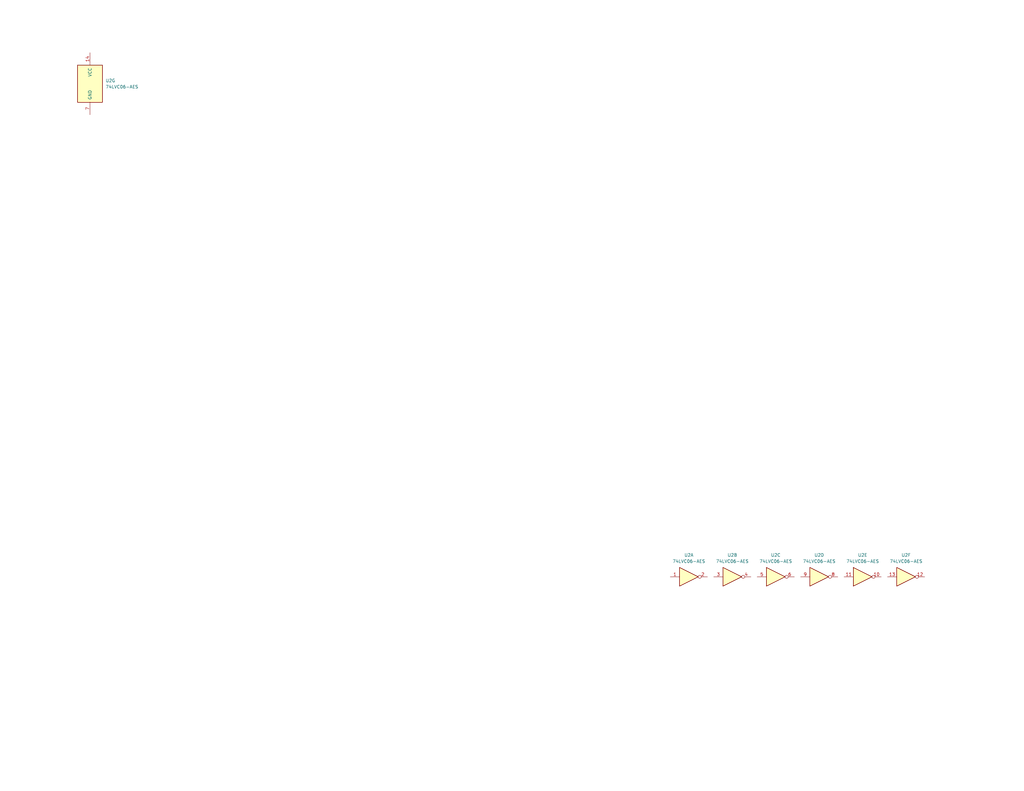
<source format=kicad_sch>
(kicad_sch
	(version 20250114)
	(generator "eeschema")
	(generator_version "9.0")
	(uuid "dd548431-1e08-414c-8f31-b5c63b605719")
	(paper "User" 419.1 323.85)
	(title_block
		(date "2025-09-21")
		(rev "1.0")
		(company "SilkyDESIGN AESilky")
		(comment 1 "Copyright 2025 AESilky")
	)
	(lib_symbols
		(symbol "AES_Library:74LVC06-AES"
			(pin_names
				(offset 1.016)
			)
			(exclude_from_sim no)
			(in_bom yes)
			(on_board yes)
			(property "Reference" "U"
				(at 0 1.27 0)
				(effects
					(font
						(size 1.27 1.27)
					)
				)
			)
			(property "Value" "74LVC06-AES"
				(at 0 -1.27 0)
				(effects
					(font
						(size 1.27 1.27)
					)
				)
			)
			(property "Footprint" ""
				(at 0 0 0)
				(effects
					(font
						(size 1.27 1.27)
					)
					(hide yes)
				)
			)
			(property "Datasheet" "http://www.ti.com/lit/gpn/sn74LS06"
				(at 0 0 0)
				(effects
					(font
						(size 1.27 1.27)
					)
					(hide yes)
				)
			)
			(property "Description" "Inverter Open Drain 5V-tol"
				(at 0 0 0)
				(effects
					(font
						(size 1.27 1.27)
					)
					(hide yes)
				)
			)
			(property "ki_locked" ""
				(at 0 0 0)
				(effects
					(font
						(size 1.27 1.27)
					)
				)
			)
			(property "ki_keywords" "TTL not inv OpenCol 7406 opendrain"
				(at 0 0 0)
				(effects
					(font
						(size 1.27 1.27)
					)
					(hide yes)
				)
			)
			(property "ki_fp_filters" "DIP*W7.62mm*"
				(at 0 0 0)
				(effects
					(font
						(size 1.27 1.27)
					)
					(hide yes)
				)
			)
			(symbol "74LVC06-AES_1_0"
				(polyline
					(pts
						(xy -3.81 3.81) (xy -3.81 -3.81) (xy 3.81 0) (xy -3.81 3.81)
					)
					(stroke
						(width 0.254)
						(type default)
					)
					(fill
						(type background)
					)
				)
				(pin input line
					(at -7.62 0 0)
					(length 3.81)
					(name "~"
						(effects
							(font
								(size 1.27 1.27)
							)
						)
					)
					(number "1"
						(effects
							(font
								(size 1.27 1.27)
							)
						)
					)
				)
				(pin open_collector inverted
					(at 7.62 0 180)
					(length 3.81)
					(name "~"
						(effects
							(font
								(size 1.27 1.27)
							)
						)
					)
					(number "2"
						(effects
							(font
								(size 1.27 1.27)
							)
						)
					)
				)
			)
			(symbol "74LVC06-AES_2_0"
				(polyline
					(pts
						(xy -3.81 3.81) (xy -3.81 -3.81) (xy 3.81 0) (xy -3.81 3.81)
					)
					(stroke
						(width 0.254)
						(type default)
					)
					(fill
						(type background)
					)
				)
				(pin input line
					(at -7.62 0 0)
					(length 3.81)
					(name "~"
						(effects
							(font
								(size 1.27 1.27)
							)
						)
					)
					(number "3"
						(effects
							(font
								(size 1.27 1.27)
							)
						)
					)
				)
				(pin open_collector inverted
					(at 7.62 0 180)
					(length 3.81)
					(name "~"
						(effects
							(font
								(size 1.27 1.27)
							)
						)
					)
					(number "4"
						(effects
							(font
								(size 1.27 1.27)
							)
						)
					)
				)
			)
			(symbol "74LVC06-AES_3_0"
				(polyline
					(pts
						(xy -3.81 3.81) (xy -3.81 -3.81) (xy 3.81 0) (xy -3.81 3.81)
					)
					(stroke
						(width 0.254)
						(type default)
					)
					(fill
						(type background)
					)
				)
				(pin input line
					(at -7.62 0 0)
					(length 3.81)
					(name "~"
						(effects
							(font
								(size 1.27 1.27)
							)
						)
					)
					(number "5"
						(effects
							(font
								(size 1.27 1.27)
							)
						)
					)
				)
				(pin open_collector inverted
					(at 7.62 0 180)
					(length 3.81)
					(name "~"
						(effects
							(font
								(size 1.27 1.27)
							)
						)
					)
					(number "6"
						(effects
							(font
								(size 1.27 1.27)
							)
						)
					)
				)
			)
			(symbol "74LVC06-AES_4_0"
				(polyline
					(pts
						(xy -3.81 3.81) (xy -3.81 -3.81) (xy 3.81 0) (xy -3.81 3.81)
					)
					(stroke
						(width 0.254)
						(type default)
					)
					(fill
						(type background)
					)
				)
				(pin input line
					(at -7.62 0 0)
					(length 3.81)
					(name "~"
						(effects
							(font
								(size 1.27 1.27)
							)
						)
					)
					(number "9"
						(effects
							(font
								(size 1.27 1.27)
							)
						)
					)
				)
				(pin open_collector inverted
					(at 7.62 0 180)
					(length 3.81)
					(name "~"
						(effects
							(font
								(size 1.27 1.27)
							)
						)
					)
					(number "8"
						(effects
							(font
								(size 1.27 1.27)
							)
						)
					)
				)
			)
			(symbol "74LVC06-AES_5_0"
				(polyline
					(pts
						(xy -3.81 3.81) (xy -3.81 -3.81) (xy 3.81 0) (xy -3.81 3.81)
					)
					(stroke
						(width 0.254)
						(type default)
					)
					(fill
						(type background)
					)
				)
				(pin input line
					(at -7.62 0 0)
					(length 3.81)
					(name "~"
						(effects
							(font
								(size 1.27 1.27)
							)
						)
					)
					(number "11"
						(effects
							(font
								(size 1.27 1.27)
							)
						)
					)
				)
				(pin open_collector inverted
					(at 7.62 0 180)
					(length 3.81)
					(name "~"
						(effects
							(font
								(size 1.27 1.27)
							)
						)
					)
					(number "10"
						(effects
							(font
								(size 1.27 1.27)
							)
						)
					)
				)
			)
			(symbol "74LVC06-AES_6_0"
				(polyline
					(pts
						(xy -3.81 3.81) (xy -3.81 -3.81) (xy 3.81 0) (xy -3.81 3.81)
					)
					(stroke
						(width 0.254)
						(type default)
					)
					(fill
						(type background)
					)
				)
				(pin input line
					(at -7.62 0 0)
					(length 3.81)
					(name "~"
						(effects
							(font
								(size 1.27 1.27)
							)
						)
					)
					(number "13"
						(effects
							(font
								(size 1.27 1.27)
							)
						)
					)
				)
				(pin open_collector inverted
					(at 7.62 0 180)
					(length 3.81)
					(name "~"
						(effects
							(font
								(size 1.27 1.27)
							)
						)
					)
					(number "12"
						(effects
							(font
								(size 1.27 1.27)
							)
						)
					)
				)
			)
			(symbol "74LVC06-AES_7_0"
				(pin power_in line
					(at 0 12.7 270)
					(length 5.08)
					(name "VCC"
						(effects
							(font
								(size 1.27 1.27)
							)
						)
					)
					(number "14"
						(effects
							(font
								(size 1.27 1.27)
							)
						)
					)
				)
				(pin power_in line
					(at 0 -12.7 90)
					(length 5.08)
					(name "GND"
						(effects
							(font
								(size 1.27 1.27)
							)
						)
					)
					(number "7"
						(effects
							(font
								(size 1.27 1.27)
							)
						)
					)
				)
			)
			(symbol "74LVC06-AES_7_1"
				(rectangle
					(start -5.08 7.62)
					(end 5.08 -7.62)
					(stroke
						(width 0.254)
						(type default)
					)
					(fill
						(type background)
					)
				)
			)
			(embedded_fonts no)
		)
	)
	(symbol
		(lib_id "AES_Library:74LVC06-AES")
		(at 370.84 236.22 0)
		(unit 6)
		(exclude_from_sim no)
		(in_bom yes)
		(on_board yes)
		(dnp no)
		(fields_autoplaced yes)
		(uuid "06c920e1-42a3-4137-bb3a-7f8dfa8ef126")
		(property "Reference" "U2"
			(at 370.84 227.33 0)
			(effects
				(font
					(size 1.27 1.27)
				)
			)
		)
		(property "Value" "74LVC06-AES"
			(at 370.84 229.87 0)
			(effects
				(font
					(size 1.27 1.27)
				)
			)
		)
		(property "Footprint" ""
			(at 370.84 236.22 0)
			(effects
				(font
					(size 1.27 1.27)
				)
				(hide yes)
			)
		)
		(property "Datasheet" "http://www.ti.com/lit/gpn/sn74LS06"
			(at 370.84 236.22 0)
			(effects
				(font
					(size 1.27 1.27)
				)
				(hide yes)
			)
		)
		(property "Description" "Inverter Open Drain 5V-tol"
			(at 370.84 236.22 0)
			(effects
				(font
					(size 1.27 1.27)
				)
				(hide yes)
			)
		)
		(pin "5"
			(uuid "483ee5c8-8d5d-4db9-b132-f17b6496a99a")
		)
		(pin "6"
			(uuid "1e8e3803-e338-4cd5-9a78-ba1409db6935")
		)
		(pin "11"
			(uuid "b1da6eed-f22b-42cc-9c9c-8b7cfdf55bc9")
		)
		(pin "4"
			(uuid "1eb0e08e-c338-4d52-bde8-d212913faf4e")
		)
		(pin "13"
			(uuid "2fa46b5a-e55b-4b94-bc2a-79d44671fee0")
		)
		(pin "14"
			(uuid "5354ff46-8e51-4e8b-a5bc-8ff7babf09c5")
		)
		(pin "9"
			(uuid "f48e8d0b-8680-4333-bfb3-0b51f08d4601")
		)
		(pin "8"
			(uuid "1ca1b098-3ff3-419e-b108-d06be115f6e6")
		)
		(pin "2"
			(uuid "738d8089-7ebf-4900-b4df-314c752191fb")
		)
		(pin "1"
			(uuid "52b0b832-9930-4c77-aa5c-77d5d39b30e3")
		)
		(pin "3"
			(uuid "8bbe428d-da6a-4825-8982-f2846cc237ae")
		)
		(pin "12"
			(uuid "ca79a657-242a-4350-92de-efef44a96688")
		)
		(pin "7"
			(uuid "4bb99d1b-3a12-4040-84f4-677656893285")
		)
		(pin "10"
			(uuid "15f66224-1842-40c6-9efe-18b070bb1ef3")
		)
		(instances
			(project ""
				(path "/0f2f6102-bf44-4c07-a44b-6c946726671c/6acfba1e-883a-4d7b-8959-76810c04cd11"
					(reference "U2")
					(unit 6)
				)
			)
		)
	)
	(symbol
		(lib_id "AES_Library:74LVC06-AES")
		(at 299.72 236.22 0)
		(unit 2)
		(exclude_from_sim no)
		(in_bom yes)
		(on_board yes)
		(dnp no)
		(fields_autoplaced yes)
		(uuid "8770320a-c889-4801-bf89-810f559244e3")
		(property "Reference" "U2"
			(at 299.72 227.33 0)
			(effects
				(font
					(size 1.27 1.27)
				)
			)
		)
		(property "Value" "74LVC06-AES"
			(at 299.72 229.87 0)
			(effects
				(font
					(size 1.27 1.27)
				)
			)
		)
		(property "Footprint" ""
			(at 299.72 236.22 0)
			(effects
				(font
					(size 1.27 1.27)
				)
				(hide yes)
			)
		)
		(property "Datasheet" "http://www.ti.com/lit/gpn/sn74LS06"
			(at 299.72 236.22 0)
			(effects
				(font
					(size 1.27 1.27)
				)
				(hide yes)
			)
		)
		(property "Description" "Inverter Open Drain 5V-tol"
			(at 299.72 236.22 0)
			(effects
				(font
					(size 1.27 1.27)
				)
				(hide yes)
			)
		)
		(pin "5"
			(uuid "483ee5c8-8d5d-4db9-b132-f17b6496a99a")
		)
		(pin "6"
			(uuid "1e8e3803-e338-4cd5-9a78-ba1409db6935")
		)
		(pin "11"
			(uuid "b1da6eed-f22b-42cc-9c9c-8b7cfdf55bc9")
		)
		(pin "4"
			(uuid "1eb0e08e-c338-4d52-bde8-d212913faf4e")
		)
		(pin "13"
			(uuid "2fa46b5a-e55b-4b94-bc2a-79d44671fee0")
		)
		(pin "14"
			(uuid "5354ff46-8e51-4e8b-a5bc-8ff7babf09c5")
		)
		(pin "9"
			(uuid "f48e8d0b-8680-4333-bfb3-0b51f08d4601")
		)
		(pin "8"
			(uuid "1ca1b098-3ff3-419e-b108-d06be115f6e6")
		)
		(pin "2"
			(uuid "738d8089-7ebf-4900-b4df-314c752191fb")
		)
		(pin "1"
			(uuid "52b0b832-9930-4c77-aa5c-77d5d39b30e3")
		)
		(pin "3"
			(uuid "8bbe428d-da6a-4825-8982-f2846cc237ae")
		)
		(pin "12"
			(uuid "ca79a657-242a-4350-92de-efef44a96688")
		)
		(pin "7"
			(uuid "4bb99d1b-3a12-4040-84f4-677656893285")
		)
		(pin "10"
			(uuid "15f66224-1842-40c6-9efe-18b070bb1ef3")
		)
		(instances
			(project ""
				(path "/0f2f6102-bf44-4c07-a44b-6c946726671c/6acfba1e-883a-4d7b-8959-76810c04cd11"
					(reference "U2")
					(unit 2)
				)
			)
		)
	)
	(symbol
		(lib_id "AES_Library:74LVC06-AES")
		(at 317.5 236.22 0)
		(unit 3)
		(exclude_from_sim no)
		(in_bom yes)
		(on_board yes)
		(dnp no)
		(fields_autoplaced yes)
		(uuid "b80c491e-365a-4a63-81b6-9d76e121b694")
		(property "Reference" "U2"
			(at 317.5 227.33 0)
			(effects
				(font
					(size 1.27 1.27)
				)
			)
		)
		(property "Value" "74LVC06-AES"
			(at 317.5 229.87 0)
			(effects
				(font
					(size 1.27 1.27)
				)
			)
		)
		(property "Footprint" ""
			(at 317.5 236.22 0)
			(effects
				(font
					(size 1.27 1.27)
				)
				(hide yes)
			)
		)
		(property "Datasheet" "http://www.ti.com/lit/gpn/sn74LS06"
			(at 317.5 236.22 0)
			(effects
				(font
					(size 1.27 1.27)
				)
				(hide yes)
			)
		)
		(property "Description" "Inverter Open Drain 5V-tol"
			(at 317.5 236.22 0)
			(effects
				(font
					(size 1.27 1.27)
				)
				(hide yes)
			)
		)
		(pin "5"
			(uuid "483ee5c8-8d5d-4db9-b132-f17b6496a99a")
		)
		(pin "6"
			(uuid "1e8e3803-e338-4cd5-9a78-ba1409db6935")
		)
		(pin "11"
			(uuid "b1da6eed-f22b-42cc-9c9c-8b7cfdf55bc9")
		)
		(pin "4"
			(uuid "1eb0e08e-c338-4d52-bde8-d212913faf4e")
		)
		(pin "13"
			(uuid "2fa46b5a-e55b-4b94-bc2a-79d44671fee0")
		)
		(pin "14"
			(uuid "5354ff46-8e51-4e8b-a5bc-8ff7babf09c5")
		)
		(pin "9"
			(uuid "f48e8d0b-8680-4333-bfb3-0b51f08d4601")
		)
		(pin "8"
			(uuid "1ca1b098-3ff3-419e-b108-d06be115f6e6")
		)
		(pin "2"
			(uuid "738d8089-7ebf-4900-b4df-314c752191fb")
		)
		(pin "1"
			(uuid "52b0b832-9930-4c77-aa5c-77d5d39b30e3")
		)
		(pin "3"
			(uuid "8bbe428d-da6a-4825-8982-f2846cc237ae")
		)
		(pin "12"
			(uuid "ca79a657-242a-4350-92de-efef44a96688")
		)
		(pin "7"
			(uuid "4bb99d1b-3a12-4040-84f4-677656893285")
		)
		(pin "10"
			(uuid "15f66224-1842-40c6-9efe-18b070bb1ef3")
		)
		(instances
			(project ""
				(path "/0f2f6102-bf44-4c07-a44b-6c946726671c/6acfba1e-883a-4d7b-8959-76810c04cd11"
					(reference "U2")
					(unit 3)
				)
			)
		)
	)
	(symbol
		(lib_id "AES_Library:74LVC06-AES")
		(at 335.28 236.22 0)
		(unit 4)
		(exclude_from_sim no)
		(in_bom yes)
		(on_board yes)
		(dnp no)
		(fields_autoplaced yes)
		(uuid "bf407a4f-152b-4311-a053-415c041ed8f2")
		(property "Reference" "U2"
			(at 335.28 227.33 0)
			(effects
				(font
					(size 1.27 1.27)
				)
			)
		)
		(property "Value" "74LVC06-AES"
			(at 335.28 229.87 0)
			(effects
				(font
					(size 1.27 1.27)
				)
			)
		)
		(property "Footprint" ""
			(at 335.28 236.22 0)
			(effects
				(font
					(size 1.27 1.27)
				)
				(hide yes)
			)
		)
		(property "Datasheet" "http://www.ti.com/lit/gpn/sn74LS06"
			(at 335.28 236.22 0)
			(effects
				(font
					(size 1.27 1.27)
				)
				(hide yes)
			)
		)
		(property "Description" "Inverter Open Drain 5V-tol"
			(at 335.28 236.22 0)
			(effects
				(font
					(size 1.27 1.27)
				)
				(hide yes)
			)
		)
		(pin "5"
			(uuid "483ee5c8-8d5d-4db9-b132-f17b6496a99a")
		)
		(pin "6"
			(uuid "1e8e3803-e338-4cd5-9a78-ba1409db6935")
		)
		(pin "11"
			(uuid "b1da6eed-f22b-42cc-9c9c-8b7cfdf55bc9")
		)
		(pin "4"
			(uuid "1eb0e08e-c338-4d52-bde8-d212913faf4e")
		)
		(pin "13"
			(uuid "2fa46b5a-e55b-4b94-bc2a-79d44671fee0")
		)
		(pin "14"
			(uuid "5354ff46-8e51-4e8b-a5bc-8ff7babf09c5")
		)
		(pin "9"
			(uuid "f48e8d0b-8680-4333-bfb3-0b51f08d4601")
		)
		(pin "8"
			(uuid "1ca1b098-3ff3-419e-b108-d06be115f6e6")
		)
		(pin "2"
			(uuid "738d8089-7ebf-4900-b4df-314c752191fb")
		)
		(pin "1"
			(uuid "52b0b832-9930-4c77-aa5c-77d5d39b30e3")
		)
		(pin "3"
			(uuid "8bbe428d-da6a-4825-8982-f2846cc237ae")
		)
		(pin "12"
			(uuid "ca79a657-242a-4350-92de-efef44a96688")
		)
		(pin "7"
			(uuid "4bb99d1b-3a12-4040-84f4-677656893285")
		)
		(pin "10"
			(uuid "15f66224-1842-40c6-9efe-18b070bb1ef3")
		)
		(instances
			(project ""
				(path "/0f2f6102-bf44-4c07-a44b-6c946726671c/6acfba1e-883a-4d7b-8959-76810c04cd11"
					(reference "U2")
					(unit 4)
				)
			)
		)
	)
	(symbol
		(lib_id "AES_Library:74LVC06-AES")
		(at 36.83 34.29 0)
		(unit 7)
		(exclude_from_sim no)
		(in_bom yes)
		(on_board yes)
		(dnp no)
		(fields_autoplaced yes)
		(uuid "c2786430-7cf5-43c2-a07a-9f16e5ed64a4")
		(property "Reference" "U2"
			(at 43.18 33.0199 0)
			(effects
				(font
					(size 1.27 1.27)
				)
				(justify left)
			)
		)
		(property "Value" "74LVC06-AES"
			(at 43.18 35.5599 0)
			(effects
				(font
					(size 1.27 1.27)
				)
				(justify left)
			)
		)
		(property "Footprint" ""
			(at 36.83 34.29 0)
			(effects
				(font
					(size 1.27 1.27)
				)
				(hide yes)
			)
		)
		(property "Datasheet" "http://www.ti.com/lit/gpn/sn74LS06"
			(at 36.83 34.29 0)
			(effects
				(font
					(size 1.27 1.27)
				)
				(hide yes)
			)
		)
		(property "Description" "Inverter Open Drain 5V-tol"
			(at 36.83 34.29 0)
			(effects
				(font
					(size 1.27 1.27)
				)
				(hide yes)
			)
		)
		(pin "5"
			(uuid "483ee5c8-8d5d-4db9-b132-f17b6496a99a")
		)
		(pin "6"
			(uuid "1e8e3803-e338-4cd5-9a78-ba1409db6935")
		)
		(pin "11"
			(uuid "b1da6eed-f22b-42cc-9c9c-8b7cfdf55bc9")
		)
		(pin "4"
			(uuid "1eb0e08e-c338-4d52-bde8-d212913faf4e")
		)
		(pin "13"
			(uuid "2fa46b5a-e55b-4b94-bc2a-79d44671fee0")
		)
		(pin "14"
			(uuid "5354ff46-8e51-4e8b-a5bc-8ff7babf09c5")
		)
		(pin "9"
			(uuid "f48e8d0b-8680-4333-bfb3-0b51f08d4601")
		)
		(pin "8"
			(uuid "1ca1b098-3ff3-419e-b108-d06be115f6e6")
		)
		(pin "2"
			(uuid "738d8089-7ebf-4900-b4df-314c752191fb")
		)
		(pin "1"
			(uuid "52b0b832-9930-4c77-aa5c-77d5d39b30e3")
		)
		(pin "3"
			(uuid "8bbe428d-da6a-4825-8982-f2846cc237ae")
		)
		(pin "12"
			(uuid "ca79a657-242a-4350-92de-efef44a96688")
		)
		(pin "7"
			(uuid "4bb99d1b-3a12-4040-84f4-677656893285")
		)
		(pin "10"
			(uuid "15f66224-1842-40c6-9efe-18b070bb1ef3")
		)
		(instances
			(project ""
				(path "/0f2f6102-bf44-4c07-a44b-6c946726671c/6acfba1e-883a-4d7b-8959-76810c04cd11"
					(reference "U2")
					(unit 7)
				)
			)
		)
	)
	(symbol
		(lib_id "AES_Library:74LVC06-AES")
		(at 353.06 236.22 0)
		(unit 5)
		(exclude_from_sim no)
		(in_bom yes)
		(on_board yes)
		(dnp no)
		(fields_autoplaced yes)
		(uuid "d0ec1426-f8c4-4c50-acc8-cb49a0aaf229")
		(property "Reference" "U2"
			(at 353.06 227.33 0)
			(effects
				(font
					(size 1.27 1.27)
				)
			)
		)
		(property "Value" "74LVC06-AES"
			(at 353.06 229.87 0)
			(effects
				(font
					(size 1.27 1.27)
				)
			)
		)
		(property "Footprint" ""
			(at 353.06 236.22 0)
			(effects
				(font
					(size 1.27 1.27)
				)
				(hide yes)
			)
		)
		(property "Datasheet" "http://www.ti.com/lit/gpn/sn74LS06"
			(at 353.06 236.22 0)
			(effects
				(font
					(size 1.27 1.27)
				)
				(hide yes)
			)
		)
		(property "Description" "Inverter Open Drain 5V-tol"
			(at 353.06 236.22 0)
			(effects
				(font
					(size 1.27 1.27)
				)
				(hide yes)
			)
		)
		(pin "5"
			(uuid "483ee5c8-8d5d-4db9-b132-f17b6496a99a")
		)
		(pin "6"
			(uuid "1e8e3803-e338-4cd5-9a78-ba1409db6935")
		)
		(pin "11"
			(uuid "b1da6eed-f22b-42cc-9c9c-8b7cfdf55bc9")
		)
		(pin "4"
			(uuid "1eb0e08e-c338-4d52-bde8-d212913faf4e")
		)
		(pin "13"
			(uuid "2fa46b5a-e55b-4b94-bc2a-79d44671fee0")
		)
		(pin "14"
			(uuid "5354ff46-8e51-4e8b-a5bc-8ff7babf09c5")
		)
		(pin "9"
			(uuid "f48e8d0b-8680-4333-bfb3-0b51f08d4601")
		)
		(pin "8"
			(uuid "1ca1b098-3ff3-419e-b108-d06be115f6e6")
		)
		(pin "2"
			(uuid "738d8089-7ebf-4900-b4df-314c752191fb")
		)
		(pin "1"
			(uuid "52b0b832-9930-4c77-aa5c-77d5d39b30e3")
		)
		(pin "3"
			(uuid "8bbe428d-da6a-4825-8982-f2846cc237ae")
		)
		(pin "12"
			(uuid "ca79a657-242a-4350-92de-efef44a96688")
		)
		(pin "7"
			(uuid "4bb99d1b-3a12-4040-84f4-677656893285")
		)
		(pin "10"
			(uuid "15f66224-1842-40c6-9efe-18b070bb1ef3")
		)
		(instances
			(project ""
				(path "/0f2f6102-bf44-4c07-a44b-6c946726671c/6acfba1e-883a-4d7b-8959-76810c04cd11"
					(reference "U2")
					(unit 5)
				)
			)
		)
	)
	(symbol
		(lib_id "AES_Library:74LVC06-AES")
		(at 281.94 236.22 0)
		(unit 1)
		(exclude_from_sim no)
		(in_bom yes)
		(on_board yes)
		(dnp no)
		(fields_autoplaced yes)
		(uuid "f470612a-435b-42d2-9b39-8e830215bfa5")
		(property "Reference" "U2"
			(at 281.94 227.33 0)
			(effects
				(font
					(size 1.27 1.27)
				)
			)
		)
		(property "Value" "74LVC06-AES"
			(at 281.94 229.87 0)
			(effects
				(font
					(size 1.27 1.27)
				)
			)
		)
		(property "Footprint" ""
			(at 281.94 236.22 0)
			(effects
				(font
					(size 1.27 1.27)
				)
				(hide yes)
			)
		)
		(property "Datasheet" "http://www.ti.com/lit/gpn/sn74LS06"
			(at 281.94 236.22 0)
			(effects
				(font
					(size 1.27 1.27)
				)
				(hide yes)
			)
		)
		(property "Description" "Inverter Open Drain 5V-tol"
			(at 281.94 236.22 0)
			(effects
				(font
					(size 1.27 1.27)
				)
				(hide yes)
			)
		)
		(pin "5"
			(uuid "483ee5c8-8d5d-4db9-b132-f17b6496a99a")
		)
		(pin "6"
			(uuid "1e8e3803-e338-4cd5-9a78-ba1409db6935")
		)
		(pin "11"
			(uuid "b1da6eed-f22b-42cc-9c9c-8b7cfdf55bc9")
		)
		(pin "4"
			(uuid "1eb0e08e-c338-4d52-bde8-d212913faf4e")
		)
		(pin "13"
			(uuid "2fa46b5a-e55b-4b94-bc2a-79d44671fee0")
		)
		(pin "14"
			(uuid "5354ff46-8e51-4e8b-a5bc-8ff7babf09c5")
		)
		(pin "9"
			(uuid "f48e8d0b-8680-4333-bfb3-0b51f08d4601")
		)
		(pin "8"
			(uuid "1ca1b098-3ff3-419e-b108-d06be115f6e6")
		)
		(pin "2"
			(uuid "738d8089-7ebf-4900-b4df-314c752191fb")
		)
		(pin "1"
			(uuid "52b0b832-9930-4c77-aa5c-77d5d39b30e3")
		)
		(pin "3"
			(uuid "8bbe428d-da6a-4825-8982-f2846cc237ae")
		)
		(pin "12"
			(uuid "ca79a657-242a-4350-92de-efef44a96688")
		)
		(pin "7"
			(uuid "4bb99d1b-3a12-4040-84f4-677656893285")
		)
		(pin "10"
			(uuid "15f66224-1842-40c6-9efe-18b070bb1ef3")
		)
		(instances
			(project ""
				(path "/0f2f6102-bf44-4c07-a44b-6c946726671c/6acfba1e-883a-4d7b-8959-76810c04cd11"
					(reference "U2")
					(unit 1)
				)
			)
		)
	)
)

</source>
